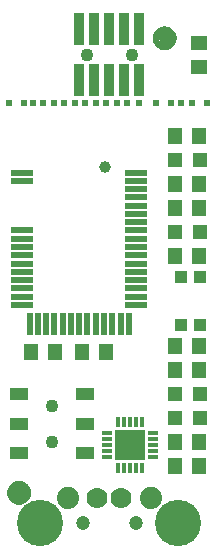
<source format=gbr>
G04 EAGLE Gerber RS-274X export*
G75*
%MOMM*%
%FSLAX34Y34*%
%LPD*%
%INSoldermask Top*%
%IPPOS*%
%AMOC8*
5,1,8,0,0,1.08239X$1,22.5*%
G01*
%ADD10C,0.601600*%
%ADD11R,1.951600X0.551600*%
%ADD12R,0.551600X1.951600*%
%ADD13C,1.001600*%
%ADD14R,1.301600X1.401600*%
%ADD15R,1.301600X1.301600*%
%ADD16C,3.911600*%
%ADD17C,1.201600*%
%ADD18C,1.879600*%
%ADD19C,1.778000*%
%ADD20R,0.861600X2.701600*%
%ADD21C,1.101600*%
%ADD22R,1.401600X1.301600*%
%ADD23C,0.500000*%
%ADD24R,1.601600X1.101600*%
%ADD25R,2.601600X2.601600*%
%ADD26R,0.900000X0.400000*%
%ADD27R,0.400000X0.900000*%
%ADD28R,1.101600X1.001600*%


D10*
X171450Y381000D03*
X158750Y381000D03*
X149860Y381000D03*
X140970Y381000D03*
X128270Y381000D03*
X114300Y381000D03*
X104140Y381000D03*
X95250Y381000D03*
X86360Y381000D03*
X77470Y381000D03*
X68580Y381000D03*
X3810Y381000D03*
X16510Y381000D03*
X24130Y381000D03*
X33020Y381000D03*
X41910Y381000D03*
X50800Y381000D03*
X59690Y381000D03*
D11*
X15250Y321940D03*
X15250Y314940D03*
X15250Y272940D03*
X15250Y265940D03*
X15250Y258940D03*
X15250Y251940D03*
X15250Y244940D03*
X15250Y237940D03*
X15250Y230940D03*
X15250Y223940D03*
X15250Y216940D03*
X15250Y209940D03*
D12*
X21500Y193690D03*
X28500Y193690D03*
X35500Y193690D03*
X42500Y193690D03*
X49500Y193690D03*
X56500Y193690D03*
X63500Y193690D03*
X70500Y193690D03*
X77500Y193690D03*
X84500Y193690D03*
X91500Y193690D03*
X98500Y193690D03*
X105500Y193690D03*
D11*
X111750Y209940D03*
X111750Y216940D03*
X111750Y223940D03*
X111750Y230940D03*
X111750Y237940D03*
X111750Y244940D03*
X111750Y251940D03*
X111750Y258940D03*
X111750Y265940D03*
X111750Y272940D03*
X111750Y279940D03*
X111750Y286940D03*
X111750Y293940D03*
X111750Y300940D03*
X111750Y307940D03*
X111750Y314940D03*
X111750Y321940D03*
D13*
X85500Y326440D03*
D14*
X22860Y170180D03*
X43180Y170180D03*
X144780Y353060D03*
X165100Y353060D03*
D15*
X144440Y134620D03*
X165440Y134620D03*
D14*
X144780Y154940D03*
X165100Y154940D03*
D15*
X144440Y114300D03*
X165440Y114300D03*
D14*
X144780Y93980D03*
X165100Y93980D03*
D15*
X144440Y271780D03*
X165440Y271780D03*
D14*
X165100Y292100D03*
X144780Y292100D03*
D16*
X147400Y25600D03*
X30400Y25600D03*
D17*
X111400Y25180D03*
X66400Y25180D03*
D18*
X123900Y46400D03*
D19*
X98900Y46400D03*
X78900Y46400D03*
D18*
X53900Y46400D03*
D14*
X144780Y73660D03*
X165100Y73660D03*
X66040Y170180D03*
X86360Y170180D03*
D20*
X63500Y443140D03*
X76200Y443140D03*
X88900Y443140D03*
X101600Y443140D03*
X114300Y443140D03*
X63500Y400140D03*
X76200Y400140D03*
X88900Y400140D03*
X101600Y400140D03*
X114300Y400140D03*
D21*
X69850Y421640D03*
X107950Y421640D03*
D22*
X165100Y431800D03*
X165100Y411480D03*
D21*
X135890Y435610D03*
D23*
X135890Y443110D02*
X135709Y443108D01*
X135528Y443101D01*
X135347Y443090D01*
X135166Y443075D01*
X134986Y443055D01*
X134806Y443031D01*
X134627Y443003D01*
X134449Y442970D01*
X134272Y442933D01*
X134095Y442892D01*
X133920Y442847D01*
X133745Y442797D01*
X133572Y442743D01*
X133401Y442685D01*
X133230Y442623D01*
X133062Y442556D01*
X132895Y442486D01*
X132729Y442412D01*
X132566Y442333D01*
X132405Y442251D01*
X132245Y442165D01*
X132088Y442075D01*
X131933Y441981D01*
X131780Y441884D01*
X131630Y441782D01*
X131482Y441678D01*
X131336Y441569D01*
X131194Y441458D01*
X131054Y441342D01*
X130917Y441224D01*
X130782Y441102D01*
X130651Y440977D01*
X130523Y440849D01*
X130398Y440718D01*
X130276Y440583D01*
X130158Y440446D01*
X130042Y440306D01*
X129931Y440164D01*
X129822Y440018D01*
X129718Y439870D01*
X129616Y439720D01*
X129519Y439567D01*
X129425Y439412D01*
X129335Y439255D01*
X129249Y439095D01*
X129167Y438934D01*
X129088Y438771D01*
X129014Y438605D01*
X128944Y438438D01*
X128877Y438270D01*
X128815Y438099D01*
X128757Y437928D01*
X128703Y437755D01*
X128653Y437580D01*
X128608Y437405D01*
X128567Y437228D01*
X128530Y437051D01*
X128497Y436873D01*
X128469Y436694D01*
X128445Y436514D01*
X128425Y436334D01*
X128410Y436153D01*
X128399Y435972D01*
X128392Y435791D01*
X128390Y435610D01*
X135890Y443110D02*
X136071Y443108D01*
X136252Y443101D01*
X136433Y443090D01*
X136614Y443075D01*
X136794Y443055D01*
X136974Y443031D01*
X137153Y443003D01*
X137331Y442970D01*
X137508Y442933D01*
X137685Y442892D01*
X137860Y442847D01*
X138035Y442797D01*
X138208Y442743D01*
X138379Y442685D01*
X138550Y442623D01*
X138718Y442556D01*
X138885Y442486D01*
X139051Y442412D01*
X139214Y442333D01*
X139375Y442251D01*
X139535Y442165D01*
X139692Y442075D01*
X139847Y441981D01*
X140000Y441884D01*
X140150Y441782D01*
X140298Y441678D01*
X140444Y441569D01*
X140586Y441458D01*
X140726Y441342D01*
X140863Y441224D01*
X140998Y441102D01*
X141129Y440977D01*
X141257Y440849D01*
X141382Y440718D01*
X141504Y440583D01*
X141622Y440446D01*
X141738Y440306D01*
X141849Y440164D01*
X141958Y440018D01*
X142062Y439870D01*
X142164Y439720D01*
X142261Y439567D01*
X142355Y439412D01*
X142445Y439255D01*
X142531Y439095D01*
X142613Y438934D01*
X142692Y438771D01*
X142766Y438605D01*
X142836Y438438D01*
X142903Y438270D01*
X142965Y438099D01*
X143023Y437928D01*
X143077Y437755D01*
X143127Y437580D01*
X143172Y437405D01*
X143213Y437228D01*
X143250Y437051D01*
X143283Y436873D01*
X143311Y436694D01*
X143335Y436514D01*
X143355Y436334D01*
X143370Y436153D01*
X143381Y435972D01*
X143388Y435791D01*
X143390Y435610D01*
X143388Y435429D01*
X143381Y435248D01*
X143370Y435067D01*
X143355Y434886D01*
X143335Y434706D01*
X143311Y434526D01*
X143283Y434347D01*
X143250Y434169D01*
X143213Y433992D01*
X143172Y433815D01*
X143127Y433640D01*
X143077Y433465D01*
X143023Y433292D01*
X142965Y433121D01*
X142903Y432950D01*
X142836Y432782D01*
X142766Y432615D01*
X142692Y432449D01*
X142613Y432286D01*
X142531Y432125D01*
X142445Y431965D01*
X142355Y431808D01*
X142261Y431653D01*
X142164Y431500D01*
X142062Y431350D01*
X141958Y431202D01*
X141849Y431056D01*
X141738Y430914D01*
X141622Y430774D01*
X141504Y430637D01*
X141382Y430502D01*
X141257Y430371D01*
X141129Y430243D01*
X140998Y430118D01*
X140863Y429996D01*
X140726Y429878D01*
X140586Y429762D01*
X140444Y429651D01*
X140298Y429542D01*
X140150Y429438D01*
X140000Y429336D01*
X139847Y429239D01*
X139692Y429145D01*
X139535Y429055D01*
X139375Y428969D01*
X139214Y428887D01*
X139051Y428808D01*
X138885Y428734D01*
X138718Y428664D01*
X138550Y428597D01*
X138379Y428535D01*
X138208Y428477D01*
X138035Y428423D01*
X137860Y428373D01*
X137685Y428328D01*
X137508Y428287D01*
X137331Y428250D01*
X137153Y428217D01*
X136974Y428189D01*
X136794Y428165D01*
X136614Y428145D01*
X136433Y428130D01*
X136252Y428119D01*
X136071Y428112D01*
X135890Y428110D01*
X135709Y428112D01*
X135528Y428119D01*
X135347Y428130D01*
X135166Y428145D01*
X134986Y428165D01*
X134806Y428189D01*
X134627Y428217D01*
X134449Y428250D01*
X134272Y428287D01*
X134095Y428328D01*
X133920Y428373D01*
X133745Y428423D01*
X133572Y428477D01*
X133401Y428535D01*
X133230Y428597D01*
X133062Y428664D01*
X132895Y428734D01*
X132729Y428808D01*
X132566Y428887D01*
X132405Y428969D01*
X132245Y429055D01*
X132088Y429145D01*
X131933Y429239D01*
X131780Y429336D01*
X131630Y429438D01*
X131482Y429542D01*
X131336Y429651D01*
X131194Y429762D01*
X131054Y429878D01*
X130917Y429996D01*
X130782Y430118D01*
X130651Y430243D01*
X130523Y430371D01*
X130398Y430502D01*
X130276Y430637D01*
X130158Y430774D01*
X130042Y430914D01*
X129931Y431056D01*
X129822Y431202D01*
X129718Y431350D01*
X129616Y431500D01*
X129519Y431653D01*
X129425Y431808D01*
X129335Y431965D01*
X129249Y432125D01*
X129167Y432286D01*
X129088Y432449D01*
X129014Y432615D01*
X128944Y432782D01*
X128877Y432950D01*
X128815Y433121D01*
X128757Y433292D01*
X128703Y433465D01*
X128653Y433640D01*
X128608Y433815D01*
X128567Y433992D01*
X128530Y434169D01*
X128497Y434347D01*
X128469Y434526D01*
X128445Y434706D01*
X128425Y434886D01*
X128410Y435067D01*
X128399Y435248D01*
X128392Y435429D01*
X128390Y435610D01*
D21*
X12700Y50800D03*
D23*
X12700Y58300D02*
X12519Y58298D01*
X12338Y58291D01*
X12157Y58280D01*
X11976Y58265D01*
X11796Y58245D01*
X11616Y58221D01*
X11437Y58193D01*
X11259Y58160D01*
X11082Y58123D01*
X10905Y58082D01*
X10730Y58037D01*
X10555Y57987D01*
X10382Y57933D01*
X10211Y57875D01*
X10040Y57813D01*
X9872Y57746D01*
X9705Y57676D01*
X9539Y57602D01*
X9376Y57523D01*
X9215Y57441D01*
X9055Y57355D01*
X8898Y57265D01*
X8743Y57171D01*
X8590Y57074D01*
X8440Y56972D01*
X8292Y56868D01*
X8146Y56759D01*
X8004Y56648D01*
X7864Y56532D01*
X7727Y56414D01*
X7592Y56292D01*
X7461Y56167D01*
X7333Y56039D01*
X7208Y55908D01*
X7086Y55773D01*
X6968Y55636D01*
X6852Y55496D01*
X6741Y55354D01*
X6632Y55208D01*
X6528Y55060D01*
X6426Y54910D01*
X6329Y54757D01*
X6235Y54602D01*
X6145Y54445D01*
X6059Y54285D01*
X5977Y54124D01*
X5898Y53961D01*
X5824Y53795D01*
X5754Y53628D01*
X5687Y53460D01*
X5625Y53289D01*
X5567Y53118D01*
X5513Y52945D01*
X5463Y52770D01*
X5418Y52595D01*
X5377Y52418D01*
X5340Y52241D01*
X5307Y52063D01*
X5279Y51884D01*
X5255Y51704D01*
X5235Y51524D01*
X5220Y51343D01*
X5209Y51162D01*
X5202Y50981D01*
X5200Y50800D01*
X12700Y58300D02*
X12881Y58298D01*
X13062Y58291D01*
X13243Y58280D01*
X13424Y58265D01*
X13604Y58245D01*
X13784Y58221D01*
X13963Y58193D01*
X14141Y58160D01*
X14318Y58123D01*
X14495Y58082D01*
X14670Y58037D01*
X14845Y57987D01*
X15018Y57933D01*
X15189Y57875D01*
X15360Y57813D01*
X15528Y57746D01*
X15695Y57676D01*
X15861Y57602D01*
X16024Y57523D01*
X16185Y57441D01*
X16345Y57355D01*
X16502Y57265D01*
X16657Y57171D01*
X16810Y57074D01*
X16960Y56972D01*
X17108Y56868D01*
X17254Y56759D01*
X17396Y56648D01*
X17536Y56532D01*
X17673Y56414D01*
X17808Y56292D01*
X17939Y56167D01*
X18067Y56039D01*
X18192Y55908D01*
X18314Y55773D01*
X18432Y55636D01*
X18548Y55496D01*
X18659Y55354D01*
X18768Y55208D01*
X18872Y55060D01*
X18974Y54910D01*
X19071Y54757D01*
X19165Y54602D01*
X19255Y54445D01*
X19341Y54285D01*
X19423Y54124D01*
X19502Y53961D01*
X19576Y53795D01*
X19646Y53628D01*
X19713Y53460D01*
X19775Y53289D01*
X19833Y53118D01*
X19887Y52945D01*
X19937Y52770D01*
X19982Y52595D01*
X20023Y52418D01*
X20060Y52241D01*
X20093Y52063D01*
X20121Y51884D01*
X20145Y51704D01*
X20165Y51524D01*
X20180Y51343D01*
X20191Y51162D01*
X20198Y50981D01*
X20200Y50800D01*
X20198Y50619D01*
X20191Y50438D01*
X20180Y50257D01*
X20165Y50076D01*
X20145Y49896D01*
X20121Y49716D01*
X20093Y49537D01*
X20060Y49359D01*
X20023Y49182D01*
X19982Y49005D01*
X19937Y48830D01*
X19887Y48655D01*
X19833Y48482D01*
X19775Y48311D01*
X19713Y48140D01*
X19646Y47972D01*
X19576Y47805D01*
X19502Y47639D01*
X19423Y47476D01*
X19341Y47315D01*
X19255Y47155D01*
X19165Y46998D01*
X19071Y46843D01*
X18974Y46690D01*
X18872Y46540D01*
X18768Y46392D01*
X18659Y46246D01*
X18548Y46104D01*
X18432Y45964D01*
X18314Y45827D01*
X18192Y45692D01*
X18067Y45561D01*
X17939Y45433D01*
X17808Y45308D01*
X17673Y45186D01*
X17536Y45068D01*
X17396Y44952D01*
X17254Y44841D01*
X17108Y44732D01*
X16960Y44628D01*
X16810Y44526D01*
X16657Y44429D01*
X16502Y44335D01*
X16345Y44245D01*
X16185Y44159D01*
X16024Y44077D01*
X15861Y43998D01*
X15695Y43924D01*
X15528Y43854D01*
X15360Y43787D01*
X15189Y43725D01*
X15018Y43667D01*
X14845Y43613D01*
X14670Y43563D01*
X14495Y43518D01*
X14318Y43477D01*
X14141Y43440D01*
X13963Y43407D01*
X13784Y43379D01*
X13604Y43355D01*
X13424Y43335D01*
X13243Y43320D01*
X13062Y43309D01*
X12881Y43302D01*
X12700Y43300D01*
X12519Y43302D01*
X12338Y43309D01*
X12157Y43320D01*
X11976Y43335D01*
X11796Y43355D01*
X11616Y43379D01*
X11437Y43407D01*
X11259Y43440D01*
X11082Y43477D01*
X10905Y43518D01*
X10730Y43563D01*
X10555Y43613D01*
X10382Y43667D01*
X10211Y43725D01*
X10040Y43787D01*
X9872Y43854D01*
X9705Y43924D01*
X9539Y43998D01*
X9376Y44077D01*
X9215Y44159D01*
X9055Y44245D01*
X8898Y44335D01*
X8743Y44429D01*
X8590Y44526D01*
X8440Y44628D01*
X8292Y44732D01*
X8146Y44841D01*
X8004Y44952D01*
X7864Y45068D01*
X7727Y45186D01*
X7592Y45308D01*
X7461Y45433D01*
X7333Y45561D01*
X7208Y45692D01*
X7086Y45827D01*
X6968Y45964D01*
X6852Y46104D01*
X6741Y46246D01*
X6632Y46392D01*
X6528Y46540D01*
X6426Y46690D01*
X6329Y46843D01*
X6235Y46998D01*
X6145Y47155D01*
X6059Y47315D01*
X5977Y47476D01*
X5898Y47639D01*
X5824Y47805D01*
X5754Y47972D01*
X5687Y48140D01*
X5625Y48311D01*
X5567Y48482D01*
X5513Y48655D01*
X5463Y48830D01*
X5418Y49005D01*
X5377Y49182D01*
X5340Y49359D01*
X5307Y49537D01*
X5279Y49716D01*
X5255Y49896D01*
X5235Y50076D01*
X5220Y50257D01*
X5209Y50438D01*
X5202Y50619D01*
X5200Y50800D01*
D24*
X68640Y134220D03*
X68640Y109220D03*
X68640Y84220D03*
X12640Y84220D03*
X12640Y109220D03*
X12640Y134220D03*
D21*
X40640Y94220D03*
X40640Y124220D03*
D14*
X144780Y175260D03*
X165100Y175260D03*
D25*
X106680Y91440D03*
D26*
X87180Y101440D03*
X87180Y96440D03*
X87180Y91440D03*
X87180Y86440D03*
X87180Y81440D03*
D27*
X96680Y71940D03*
X101680Y71940D03*
X106680Y71940D03*
X111680Y71940D03*
X116680Y71940D03*
D26*
X126180Y81440D03*
X126180Y86440D03*
X126180Y91440D03*
X126180Y96440D03*
X126180Y101440D03*
D27*
X116680Y110940D03*
X111680Y110940D03*
X106680Y110940D03*
X101680Y110940D03*
X96680Y110940D03*
D28*
X165480Y192860D03*
X149480Y192860D03*
X149480Y233860D03*
X165480Y233860D03*
D14*
X144780Y251460D03*
X165100Y251460D03*
D15*
X144440Y332740D03*
X165440Y332740D03*
D14*
X165100Y312420D03*
X144780Y312420D03*
M02*

</source>
